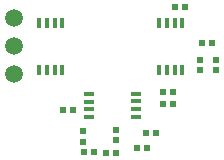
<source format=gtp>
G04 Layer_Color=8421504*
%FSLAX25Y25*%
%MOIN*%
G70*
G01*
G75*
%ADD10R,0.01181X0.03740*%
%ADD11R,0.03740X0.01181*%
%ADD12R,0.02362X0.02165*%
%ADD13R,0.02165X0.02362*%
%ADD14C,0.05905*%
D10*
X20382Y50500D02*
D03*
X22882D02*
D03*
X25500D02*
D03*
X28059D02*
D03*
Y34949D02*
D03*
X25500D02*
D03*
X22941D02*
D03*
X20382D02*
D03*
X68000Y50551D02*
D03*
X65441D02*
D03*
X62882D02*
D03*
X60323D02*
D03*
Y35000D02*
D03*
X62882D02*
D03*
X65500D02*
D03*
X68000D02*
D03*
D11*
X36949Y27000D02*
D03*
Y24441D02*
D03*
Y21882D02*
D03*
Y19323D02*
D03*
X52500D02*
D03*
Y21882D02*
D03*
Y24500D02*
D03*
Y27000D02*
D03*
D12*
X31500Y21500D02*
D03*
X28153D02*
D03*
X46000Y7346D02*
D03*
X42654D02*
D03*
X56346Y9000D02*
D03*
X53000D02*
D03*
X59346Y14000D02*
D03*
X56000D02*
D03*
X64846Y23500D02*
D03*
X61500D02*
D03*
X64846Y27500D02*
D03*
X61500D02*
D03*
X35153Y7500D02*
D03*
X38500D02*
D03*
X74500Y44000D02*
D03*
X77846D02*
D03*
X68846Y56000D02*
D03*
X65500D02*
D03*
D13*
X46000Y11500D02*
D03*
Y14846D02*
D03*
X74000Y38346D02*
D03*
Y35000D02*
D03*
X35000Y14500D02*
D03*
Y11153D02*
D03*
X79154Y38346D02*
D03*
Y35000D02*
D03*
D14*
X12000Y52449D02*
D03*
Y43000D02*
D03*
Y33551D02*
D03*
M02*

</source>
